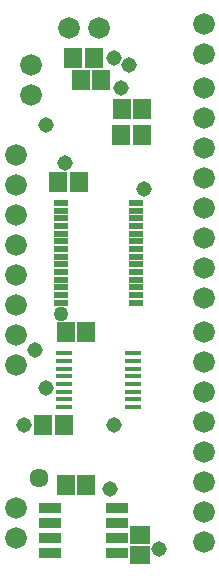
<source format=gts>
G75*
%MOIN*%
%OFA0B0*%
%FSLAX25Y25*%
%IPPOS*%
%LPD*%
%AMOC8*
5,1,8,0,0,1.08239X$1,22.5*
%
%ADD10R,0.06706X0.05918*%
%ADD11C,0.07200*%
%ADD12R,0.05918X0.06706*%
%ADD13R,0.07690X0.03359*%
%ADD14R,0.05315X0.01772*%
%ADD15R,0.04737X0.01981*%
%ADD16C,0.06343*%
%ADD17C,0.05162*%
%ADD18C,0.04965*%
D10*
X0052583Y0005154D03*
X0052583Y0011846D03*
D11*
X0011333Y0011000D03*
X0011333Y0021000D03*
X0011333Y0068500D03*
X0011333Y0078500D03*
X0011333Y0088500D03*
X0011333Y0098500D03*
X0011333Y0108500D03*
X0011333Y0118500D03*
X0011333Y0128500D03*
X0011333Y0138500D03*
X0016333Y0158500D03*
X0016333Y0168500D03*
X0028833Y0181000D03*
X0038833Y0181000D03*
X0073833Y0182250D03*
X0073833Y0172250D03*
X0073833Y0161000D03*
X0073833Y0151000D03*
X0073833Y0141000D03*
X0073833Y0131000D03*
X0073833Y0121000D03*
X0073833Y0111000D03*
X0073833Y0101000D03*
X0073833Y0091000D03*
X0073833Y0079750D03*
X0073833Y0069750D03*
X0073833Y0059750D03*
X0073833Y0049750D03*
X0073833Y0039750D03*
X0073833Y0029750D03*
X0073833Y0019750D03*
X0073833Y0009750D03*
D12*
X0034680Y0028500D03*
X0027987Y0028500D03*
X0027180Y0048500D03*
X0020487Y0048500D03*
X0027987Y0079750D03*
X0034680Y0079750D03*
X0032180Y0129750D03*
X0025487Y0129750D03*
X0032987Y0163500D03*
X0030487Y0171000D03*
X0037180Y0171000D03*
X0039680Y0163500D03*
X0046490Y0153963D03*
X0046475Y0145413D03*
X0053168Y0145413D03*
X0053183Y0153963D03*
D13*
X0044857Y0021000D03*
X0044857Y0016000D03*
X0044857Y0011000D03*
X0044857Y0006000D03*
X0022810Y0006000D03*
X0022810Y0011000D03*
X0022810Y0016000D03*
X0022810Y0021000D03*
D14*
X0027318Y0054543D03*
X0027318Y0057102D03*
X0027318Y0059661D03*
X0027318Y0062220D03*
X0027318Y0064780D03*
X0027318Y0067339D03*
X0027318Y0069898D03*
X0027318Y0072457D03*
X0050349Y0072457D03*
X0050349Y0069898D03*
X0050349Y0067339D03*
X0050349Y0064780D03*
X0050349Y0062220D03*
X0050349Y0059661D03*
X0050349Y0057102D03*
X0050349Y0054543D03*
D15*
X0051432Y0089366D03*
X0051432Y0091925D03*
X0051432Y0094484D03*
X0051432Y0097043D03*
X0051432Y0099602D03*
X0051432Y0102161D03*
X0051432Y0104720D03*
X0051432Y0107280D03*
X0051432Y0109839D03*
X0051432Y0112398D03*
X0051432Y0114957D03*
X0051432Y0117516D03*
X0051432Y0120075D03*
X0051432Y0122634D03*
X0026235Y0122634D03*
X0026235Y0120075D03*
X0026235Y0117516D03*
X0026235Y0114957D03*
X0026235Y0112398D03*
X0026235Y0109839D03*
X0026235Y0107280D03*
X0026235Y0104720D03*
X0026235Y0102161D03*
X0026235Y0099602D03*
X0026235Y0097043D03*
X0026235Y0094484D03*
X0026235Y0091925D03*
X0026235Y0089366D03*
D16*
X0018833Y0031000D03*
D17*
X0013833Y0048500D03*
X0021333Y0061000D03*
X0017583Y0073500D03*
X0042583Y0027250D03*
X0043833Y0048500D03*
X0058833Y0007250D03*
X0053833Y0127250D03*
X0046333Y0161000D03*
X0048833Y0168500D03*
X0043833Y0171000D03*
X0027583Y0136000D03*
X0021333Y0148500D03*
D18*
X0026358Y0085734D03*
M02*

</source>
